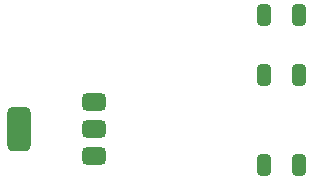
<source format=gbr>
%TF.GenerationSoftware,KiCad,Pcbnew,8.0.7-8.0.7-0~ubuntu22.04.1*%
%TF.CreationDate,2025-01-26T21:06:57+01:00*%
%TF.ProjectId,G431_Expander,47343331-5f45-4787-9061-6e6465722e6b,rev?*%
%TF.SameCoordinates,Original*%
%TF.FileFunction,Paste,Top*%
%TF.FilePolarity,Positive*%
%FSLAX46Y46*%
G04 Gerber Fmt 4.6, Leading zero omitted, Abs format (unit mm)*
G04 Created by KiCad (PCBNEW 8.0.7-8.0.7-0~ubuntu22.04.1) date 2025-01-26 21:06:57*
%MOMM*%
%LPD*%
G01*
G04 APERTURE LIST*
G04 Aperture macros list*
%AMRoundRect*
0 Rectangle with rounded corners*
0 $1 Rounding radius*
0 $2 $3 $4 $5 $6 $7 $8 $9 X,Y pos of 4 corners*
0 Add a 4 corners polygon primitive as box body*
4,1,4,$2,$3,$4,$5,$6,$7,$8,$9,$2,$3,0*
0 Add four circle primitives for the rounded corners*
1,1,$1+$1,$2,$3*
1,1,$1+$1,$4,$5*
1,1,$1+$1,$6,$7*
1,1,$1+$1,$8,$9*
0 Add four rect primitives between the rounded corners*
20,1,$1+$1,$2,$3,$4,$5,0*
20,1,$1+$1,$4,$5,$6,$7,0*
20,1,$1+$1,$6,$7,$8,$9,0*
20,1,$1+$1,$8,$9,$2,$3,0*%
G04 Aperture macros list end*
%ADD10RoundRect,0.375000X0.625000X0.375000X-0.625000X0.375000X-0.625000X-0.375000X0.625000X-0.375000X0*%
%ADD11RoundRect,0.500000X0.500000X1.400000X-0.500000X1.400000X-0.500000X-1.400000X0.500000X-1.400000X0*%
%ADD12RoundRect,0.250000X-0.325000X-0.650000X0.325000X-0.650000X0.325000X0.650000X-0.325000X0.650000X0*%
G04 APERTURE END LIST*
D10*
%TO.C,Q1*%
X153010000Y-83072000D03*
X153010000Y-80772000D03*
D11*
X146710000Y-80772000D03*
D10*
X153010000Y-78472000D03*
%TD*%
D12*
%TO.C,C5*%
X167435000Y-83820000D03*
X170385000Y-83820000D03*
%TD*%
%TO.C,C6*%
X167435000Y-76200000D03*
X170385000Y-76200000D03*
%TD*%
%TO.C,C7*%
X167435000Y-71120000D03*
X170385000Y-71120000D03*
%TD*%
M02*

</source>
